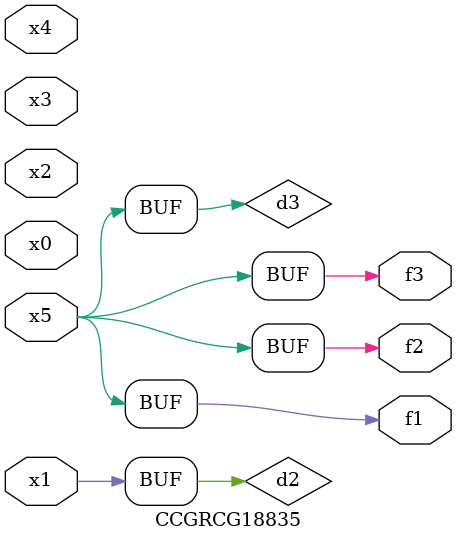
<source format=v>
module CCGRCG18835(
	input x0, x1, x2, x3, x4, x5,
	output f1, f2, f3
);

	wire d1, d2, d3;

	not (d1, x5);
	or (d2, x1);
	xnor (d3, d1);
	assign f1 = d3;
	assign f2 = d3;
	assign f3 = d3;
endmodule

</source>
